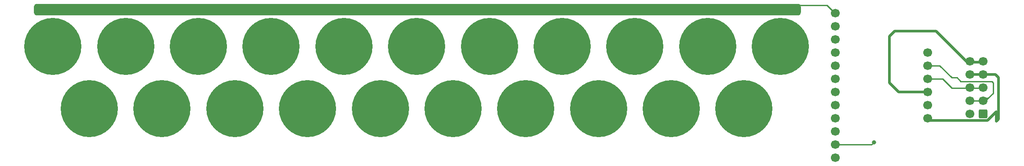
<source format=gtl>
G04 #@! TF.GenerationSoftware,KiCad,Pcbnew,8.0.7*
G04 #@! TF.CreationDate,2025-06-18T23:22:59-07:00*
G04 #@! TF.ProjectId,ESP32_MIDI_Summer25_FRETSkicad_pro.kicad_sch,45535033-325f-44d4-9944-495f53756d6d,rev?*
G04 #@! TF.SameCoordinates,Original*
G04 #@! TF.FileFunction,Copper,L1,Top*
G04 #@! TF.FilePolarity,Positive*
%FSLAX46Y46*%
G04 Gerber Fmt 4.6, Leading zero omitted, Abs format (unit mm)*
G04 Created by KiCad (PCBNEW 8.0.7) date 2025-06-18 23:22:59*
%MOMM*%
%LPD*%
G01*
G04 APERTURE LIST*
G04 Aperture macros list*
%AMRoundRect*
0 Rectangle with rounded corners*
0 $1 Rounding radius*
0 $2 $3 $4 $5 $6 $7 $8 $9 X,Y pos of 4 corners*
0 Add a 4 corners polygon primitive as box body*
4,1,4,$2,$3,$4,$5,$6,$7,$8,$9,$2,$3,0*
0 Add four circle primitives for the rounded corners*
1,1,$1+$1,$2,$3*
1,1,$1+$1,$4,$5*
1,1,$1+$1,$6,$7*
1,1,$1+$1,$8,$9*
0 Add four rect primitives between the rounded corners*
20,1,$1+$1,$2,$3,$4,$5,0*
20,1,$1+$1,$4,$5,$6,$7,0*
20,1,$1+$1,$6,$7,$8,$9,0*
20,1,$1+$1,$8,$9,$2,$3,0*%
G04 Aperture macros list end*
G04 #@! TA.AperFunction,ComponentPad*
%ADD10C,6.800000*%
G04 #@! TD*
G04 #@! TA.AperFunction,ConnectorPad*
%ADD11C,11.000000*%
G04 #@! TD*
G04 #@! TA.AperFunction,ComponentPad*
%ADD12RoundRect,0.250000X0.600000X0.600000X-0.600000X0.600000X-0.600000X-0.600000X0.600000X-0.600000X0*%
G04 #@! TD*
G04 #@! TA.AperFunction,ComponentPad*
%ADD13C,1.700000*%
G04 #@! TD*
G04 #@! TA.AperFunction,SMDPad,CuDef*
%ADD14RoundRect,0.567500X-73.247500X-0.567500X73.247500X-0.567500X73.247500X0.567500X-73.247500X0.567500X0*%
G04 #@! TD*
G04 #@! TA.AperFunction,ViaPad*
%ADD15C,0.800000*%
G04 #@! TD*
G04 #@! TA.AperFunction,Conductor*
%ADD16C,0.250000*%
G04 #@! TD*
G04 #@! TA.AperFunction,Conductor*
%ADD17C,0.500000*%
G04 #@! TD*
G04 APERTURE END LIST*
D10*
X179000000Y-99000000D03*
D11*
X179000000Y-99000000D03*
D10*
X137000000Y-99000000D03*
D11*
X137000000Y-99000000D03*
D10*
X172000000Y-87000000D03*
D11*
X172000000Y-87000000D03*
D10*
X165000000Y-99000000D03*
D11*
X165000000Y-99000000D03*
D10*
X186000000Y-87000000D03*
D11*
X186000000Y-87000000D03*
D10*
X95000000Y-99000000D03*
D11*
X95000000Y-99000000D03*
D10*
X193000000Y-99000000D03*
D11*
X193000000Y-99000000D03*
D10*
X60000000Y-87000000D03*
D11*
X60000000Y-87000000D03*
D12*
X239000000Y-100000000D03*
D13*
X236460000Y-100000000D03*
X239000000Y-97460000D03*
X236460000Y-97460000D03*
X239000000Y-94920000D03*
X236460000Y-94920000D03*
X239000000Y-92380000D03*
X236460000Y-92380000D03*
X239000000Y-89840000D03*
X236460000Y-89840000D03*
D10*
X88000000Y-87000000D03*
D11*
X88000000Y-87000000D03*
D10*
X109000000Y-99000000D03*
D11*
X109000000Y-99000000D03*
D10*
X200000000Y-87000000D03*
D11*
X200000000Y-87000000D03*
D10*
X130000000Y-87000000D03*
D11*
X130000000Y-87000000D03*
D10*
X144000000Y-87000000D03*
D11*
X144000000Y-87000000D03*
D14*
X130185000Y-79865000D03*
D13*
X228390000Y-100850000D03*
X228390000Y-98310000D03*
X228390000Y-95770000D03*
X228390000Y-93230000D03*
X228390000Y-90690000D03*
X228390000Y-88150000D03*
X210610000Y-80530000D03*
X210610000Y-83070000D03*
X210610000Y-85610000D03*
X210610000Y-88150000D03*
X210610000Y-90690000D03*
X210610000Y-93230000D03*
X210610000Y-95770000D03*
X210610000Y-98310000D03*
X210610000Y-100850000D03*
X210610000Y-103390000D03*
X210610000Y-105930000D03*
X210610000Y-108470000D03*
D10*
X81000000Y-99000000D03*
D11*
X81000000Y-99000000D03*
D10*
X102000000Y-87000000D03*
D11*
X102000000Y-87000000D03*
D10*
X158000000Y-87000000D03*
D11*
X158000000Y-87000000D03*
D10*
X116000000Y-87000000D03*
D11*
X116000000Y-87000000D03*
D10*
X74000000Y-87000000D03*
D11*
X74000000Y-87000000D03*
D10*
X123000000Y-99000000D03*
D11*
X123000000Y-99000000D03*
D10*
X151000000Y-99000000D03*
D11*
X151000000Y-99000000D03*
D10*
X67000000Y-99000000D03*
D11*
X67000000Y-99000000D03*
D15*
X218000000Y-105500000D03*
D16*
X210610000Y-105930000D02*
X217570000Y-105930000D01*
X217570000Y-105930000D02*
X218000000Y-105500000D01*
X209000000Y-79000000D02*
X203500000Y-79000000D01*
X210530000Y-80530000D02*
X210000000Y-80000000D01*
X210610000Y-80530000D02*
X210530000Y-80530000D01*
X210000000Y-80000000D02*
X209000000Y-79000000D01*
X203640000Y-87500000D02*
X200000000Y-87500000D01*
D17*
X228000000Y-101300000D02*
X239896878Y-101300000D01*
X239896878Y-101300000D02*
X241575000Y-99621878D01*
X241575000Y-99621878D02*
X241575000Y-101425000D01*
X241575000Y-101425000D02*
X242000000Y-101000000D01*
X242000000Y-101000000D02*
X242000000Y-93000000D01*
X242000000Y-93000000D02*
X241380000Y-92380000D01*
X241380000Y-92380000D02*
X236460000Y-92380000D01*
X228500000Y-95770000D02*
X222770000Y-95770000D01*
X222770000Y-95770000D02*
X221000000Y-94000000D01*
X236000000Y-90000000D02*
X239000000Y-90000000D01*
X221000000Y-85000000D02*
X222000000Y-84000000D01*
X230000000Y-84000000D02*
X236000000Y-90000000D01*
X222000000Y-84000000D02*
X230000000Y-84000000D01*
X221000000Y-94000000D02*
X221000000Y-85000000D01*
D16*
X228500000Y-93230000D02*
X231230000Y-93230000D01*
X231230000Y-93230000D02*
X233000000Y-95000000D01*
X233000000Y-95000000D02*
X239000000Y-95000000D01*
X228000000Y-90500000D02*
X228190000Y-90690000D01*
X234745000Y-93745000D02*
X240745000Y-93745000D01*
X228190000Y-90690000D02*
X230690000Y-90690000D01*
X240745000Y-93745000D02*
X241000000Y-94000000D01*
X230690000Y-90690000D02*
X233000000Y-93000000D01*
X241000000Y-96000000D02*
X240000000Y-97000000D01*
X234000000Y-93000000D02*
X234745000Y-93745000D01*
X233000000Y-93000000D02*
X234000000Y-93000000D01*
X241000000Y-94000000D02*
X241000000Y-96000000D01*
X236460000Y-97460000D02*
X239540000Y-97460000D01*
X240000000Y-97000000D02*
X239000000Y-97000000D01*
X239540000Y-97460000D02*
X240000000Y-97000000D01*
M02*

</source>
